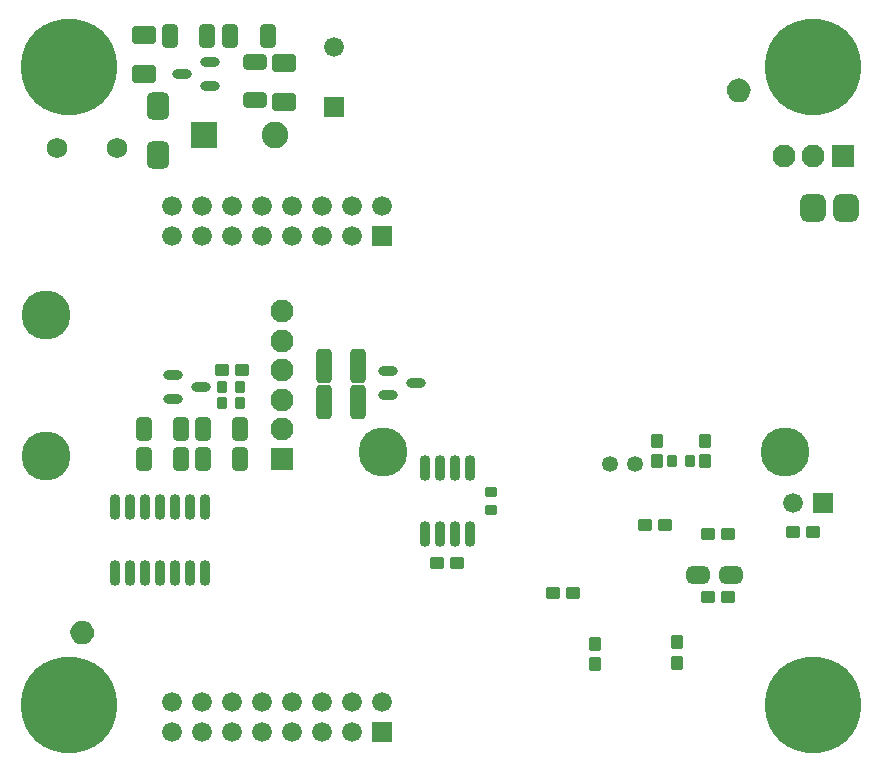
<source format=gbs>
%FSLAX24Y24*%
%MOIN*%
G70*
G01*
G75*
G04 Layer_Color=16711935*
%ADD10C,0.0098*%
%ADD11C,0.0079*%
%ADD12C,0.0472*%
G04:AMPARAMS|DCode=13|XSize=189mil|YSize=70.9mil|CornerRadius=17.7mil|HoleSize=0mil|Usage=FLASHONLY|Rotation=180.000|XOffset=0mil|YOffset=0mil|HoleType=Round|Shape=RoundedRectangle|*
%AMROUNDEDRECTD13*
21,1,0.1890,0.0354,0,0,180.0*
21,1,0.1535,0.0709,0,0,180.0*
1,1,0.0354,-0.0768,0.0177*
1,1,0.0354,0.0768,0.0177*
1,1,0.0354,0.0768,-0.0177*
1,1,0.0354,-0.0768,-0.0177*
%
%ADD13ROUNDEDRECTD13*%
G04:AMPARAMS|DCode=14|XSize=41mil|YSize=36mil|CornerRadius=1.8mil|HoleSize=0mil|Usage=FLASHONLY|Rotation=180.000|XOffset=0mil|YOffset=0mil|HoleType=Round|Shape=RoundedRectangle|*
%AMROUNDEDRECTD14*
21,1,0.0410,0.0324,0,0,180.0*
21,1,0.0374,0.0360,0,0,180.0*
1,1,0.0036,-0.0187,0.0162*
1,1,0.0036,0.0187,0.0162*
1,1,0.0036,0.0187,-0.0162*
1,1,0.0036,-0.0187,-0.0162*
%
%ADD14ROUNDEDRECTD14*%
%ADD15O,0.0281X0.0591*%
%ADD16R,0.0906X0.1220*%
%ADD17O,0.0787X0.0295*%
G04:AMPARAMS|DCode=18|XSize=28mil|YSize=35.8mil|CornerRadius=2.8mil|HoleSize=0mil|Usage=FLASHONLY|Rotation=0.000|XOffset=0mil|YOffset=0mil|HoleType=Round|Shape=RoundedRectangle|*
%AMROUNDEDRECTD18*
21,1,0.0280,0.0302,0,0,0.0*
21,1,0.0224,0.0358,0,0,0.0*
1,1,0.0056,0.0112,-0.0151*
1,1,0.0056,-0.0112,-0.0151*
1,1,0.0056,-0.0112,0.0151*
1,1,0.0056,0.0112,0.0151*
%
%ADD18ROUNDEDRECTD18*%
G04:AMPARAMS|DCode=19|XSize=41mil|YSize=36mil|CornerRadius=1.8mil|HoleSize=0mil|Usage=FLASHONLY|Rotation=270.000|XOffset=0mil|YOffset=0mil|HoleType=Round|Shape=RoundedRectangle|*
%AMROUNDEDRECTD19*
21,1,0.0410,0.0324,0,0,270.0*
21,1,0.0374,0.0360,0,0,270.0*
1,1,0.0036,-0.0162,-0.0187*
1,1,0.0036,-0.0162,0.0187*
1,1,0.0036,0.0162,0.0187*
1,1,0.0036,0.0162,-0.0187*
%
%ADD19ROUNDEDRECTD19*%
G04:AMPARAMS|DCode=20|XSize=70.9mil|YSize=51.2mil|CornerRadius=12.8mil|HoleSize=0mil|Usage=FLASHONLY|Rotation=270.000|XOffset=0mil|YOffset=0mil|HoleType=Round|Shape=RoundedRectangle|*
%AMROUNDEDRECTD20*
21,1,0.0709,0.0256,0,0,270.0*
21,1,0.0453,0.0512,0,0,270.0*
1,1,0.0256,-0.0128,-0.0226*
1,1,0.0256,-0.0128,0.0226*
1,1,0.0256,0.0128,0.0226*
1,1,0.0256,0.0128,-0.0226*
%
%ADD20ROUNDEDRECTD20*%
G04:AMPARAMS|DCode=21|XSize=55.1mil|YSize=70.9mil|CornerRadius=13.8mil|HoleSize=0mil|Usage=FLASHONLY|Rotation=0.000|XOffset=0mil|YOffset=0mil|HoleType=Round|Shape=RoundedRectangle|*
%AMROUNDEDRECTD21*
21,1,0.0551,0.0433,0,0,0.0*
21,1,0.0276,0.0709,0,0,0.0*
1,1,0.0276,0.0138,-0.0217*
1,1,0.0276,-0.0138,-0.0217*
1,1,0.0276,-0.0138,0.0217*
1,1,0.0276,0.0138,0.0217*
%
%ADD21ROUNDEDRECTD21*%
G04:AMPARAMS|DCode=22|XSize=70.9mil|YSize=51.2mil|CornerRadius=12.8mil|HoleSize=0mil|Usage=FLASHONLY|Rotation=180.000|XOffset=0mil|YOffset=0mil|HoleType=Round|Shape=RoundedRectangle|*
%AMROUNDEDRECTD22*
21,1,0.0709,0.0256,0,0,180.0*
21,1,0.0453,0.0512,0,0,180.0*
1,1,0.0256,-0.0226,0.0128*
1,1,0.0256,0.0226,0.0128*
1,1,0.0256,0.0226,-0.0128*
1,1,0.0256,-0.0226,-0.0128*
%
%ADD22ROUNDEDRECTD22*%
G04:AMPARAMS|DCode=23|XSize=94.5mil|YSize=110.2mil|CornerRadius=23.6mil|HoleSize=0mil|Usage=FLASHONLY|Rotation=270.000|XOffset=0mil|YOffset=0mil|HoleType=Round|Shape=RoundedRectangle|*
%AMROUNDEDRECTD23*
21,1,0.0945,0.0630,0,0,270.0*
21,1,0.0472,0.1102,0,0,270.0*
1,1,0.0472,-0.0315,-0.0236*
1,1,0.0472,-0.0315,0.0236*
1,1,0.0472,0.0315,0.0236*
1,1,0.0472,0.0315,-0.0236*
%
%ADD23ROUNDEDRECTD23*%
%ADD24O,0.0217X0.0492*%
%ADD25O,0.0492X0.0217*%
G04:AMPARAMS|DCode=26|XSize=126mil|YSize=80.7mil|CornerRadius=20.2mil|HoleSize=0mil|Usage=FLASHONLY|Rotation=90.000|XOffset=0mil|YOffset=0mil|HoleType=Round|Shape=RoundedRectangle|*
%AMROUNDEDRECTD26*
21,1,0.1260,0.0404,0,0,90.0*
21,1,0.0856,0.0807,0,0,90.0*
1,1,0.0404,0.0202,0.0428*
1,1,0.0404,0.0202,-0.0428*
1,1,0.0404,-0.0202,-0.0428*
1,1,0.0404,-0.0202,0.0428*
%
%ADD26ROUNDEDRECTD26*%
%ADD27O,0.0807X0.0256*%
%ADD28O,0.0335X0.0118*%
%ADD29O,0.0118X0.0335*%
%ADD30R,0.0394X0.0787*%
%ADD31O,0.0118X0.0591*%
%ADD32O,0.0591X0.0118*%
%ADD33R,0.0394X0.0394*%
G04:AMPARAMS|DCode=34|XSize=90.6mil|YSize=82.7mil|CornerRadius=12.4mil|HoleSize=0mil|Usage=FLASHONLY|Rotation=270.000|XOffset=0mil|YOffset=0mil|HoleType=Round|Shape=RoundedRectangle|*
%AMROUNDEDRECTD34*
21,1,0.0906,0.0579,0,0,270.0*
21,1,0.0657,0.0827,0,0,270.0*
1,1,0.0248,-0.0289,-0.0329*
1,1,0.0248,-0.0289,0.0329*
1,1,0.0248,0.0289,0.0329*
1,1,0.0248,0.0289,-0.0329*
%
%ADD34ROUNDEDRECTD34*%
G04:AMPARAMS|DCode=35|XSize=28mil|YSize=35.8mil|CornerRadius=2.8mil|HoleSize=0mil|Usage=FLASHONLY|Rotation=90.000|XOffset=0mil|YOffset=0mil|HoleType=Round|Shape=RoundedRectangle|*
%AMROUNDEDRECTD35*
21,1,0.0280,0.0302,0,0,90.0*
21,1,0.0224,0.0358,0,0,90.0*
1,1,0.0056,0.0151,0.0112*
1,1,0.0056,0.0151,-0.0112*
1,1,0.0056,-0.0151,-0.0112*
1,1,0.0056,-0.0151,0.0112*
%
%ADD35ROUNDEDRECTD35*%
%ADD36O,0.0591X0.0281*%
G04:AMPARAMS|DCode=37|XSize=86.6mil|YSize=68.9mil|CornerRadius=17.2mil|HoleSize=0mil|Usage=FLASHONLY|Rotation=180.000|XOffset=0mil|YOffset=0mil|HoleType=Round|Shape=RoundedRectangle|*
%AMROUNDEDRECTD37*
21,1,0.0866,0.0344,0,0,180.0*
21,1,0.0522,0.0689,0,0,180.0*
1,1,0.0344,-0.0261,0.0172*
1,1,0.0344,0.0261,0.0172*
1,1,0.0344,0.0261,-0.0172*
1,1,0.0344,-0.0261,-0.0172*
%
%ADD37ROUNDEDRECTD37*%
G04:AMPARAMS|DCode=38|XSize=82.7mil|YSize=78.7mil|CornerRadius=19.7mil|HoleSize=0mil|Usage=FLASHONLY|Rotation=90.000|XOffset=0mil|YOffset=0mil|HoleType=Round|Shape=RoundedRectangle|*
%AMROUNDEDRECTD38*
21,1,0.0827,0.0394,0,0,90.0*
21,1,0.0433,0.0787,0,0,90.0*
1,1,0.0394,0.0197,0.0217*
1,1,0.0394,0.0197,-0.0217*
1,1,0.0394,-0.0197,-0.0217*
1,1,0.0394,-0.0197,0.0217*
%
%ADD38ROUNDEDRECTD38*%
%ADD39O,0.0846X0.0394*%
G04:AMPARAMS|DCode=40|XSize=279.5mil|YSize=218.5mil|CornerRadius=10.9mil|HoleSize=0mil|Usage=FLASHONLY|Rotation=0.000|XOffset=0mil|YOffset=0mil|HoleType=Round|Shape=RoundedRectangle|*
%AMROUNDEDRECTD40*
21,1,0.2795,0.1967,0,0,0.0*
21,1,0.2577,0.2185,0,0,0.0*
1,1,0.0219,0.1288,-0.0983*
1,1,0.0219,-0.1288,-0.0983*
1,1,0.0219,-0.1288,0.0983*
1,1,0.0219,0.1288,0.0983*
%
%ADD40ROUNDEDRECTD40*%
%ADD41R,0.1417X0.1693*%
%ADD42O,0.0866X0.0295*%
%ADD43C,0.0157*%
%ADD44C,0.0197*%
%ADD45C,0.0118*%
%ADD46C,0.0394*%
%ADD47C,0.0315*%
%ADD48C,0.0276*%
%ADD49C,0.0709*%
%ADD50R,0.0709X0.0709*%
%ADD51C,0.1575*%
%ADD52C,0.3150*%
%ADD53C,0.0600*%
%ADD54R,0.0600X0.0600*%
%ADD55C,0.0630*%
%ADD56C,0.0827*%
%ADD57R,0.0827X0.0827*%
%ADD58R,0.0600X0.0600*%
%ADD59R,0.0709X0.0709*%
%ADD60C,0.0315*%
%ADD61C,0.0394*%
%ADD62C,0.0236*%
%ADD63C,0.0400*%
%ADD64C,0.0872*%
G04:AMPARAMS|DCode=65|XSize=78.74mil|YSize=78.74mil|CornerRadius=0mil|HoleSize=0mil|Usage=FLASHONLY|Rotation=0.000|XOffset=0mil|YOffset=0mil|HoleType=Round|Shape=Relief|Width=10mil|Gap=7.9mil|Entries=4|*
%AMTHD65*
7,0,0,0.0787,0.0630,0.0100,45*
%
%ADD65THD65*%
%ADD66C,0.1975*%
%ADD67C,0.2959*%
G04:AMPARAMS|DCode=68|XSize=69.496mil|YSize=69.496mil|CornerRadius=0mil|HoleSize=0mil|Usage=FLASHONLY|Rotation=0.000|XOffset=0mil|YOffset=0mil|HoleType=Round|Shape=Relief|Width=10mil|Gap=7.9mil|Entries=4|*
%AMTHD68*
7,0,0,0.0695,0.0537,0.0100,45*
%
%ADD68THD68*%
%ADD69C,0.0780*%
%ADD70C,0.0794*%
G04:AMPARAMS|DCode=71|XSize=86.614mil|YSize=86.614mil|CornerRadius=0mil|HoleSize=0mil|Usage=FLASHONLY|Rotation=0.000|XOffset=0mil|YOffset=0mil|HoleType=Round|Shape=Relief|Width=10mil|Gap=7.9mil|Entries=4|*
%AMTHD71*
7,0,0,0.0866,0.0709,0.0100,45*
%
%ADD71THD71*%
%ADD72C,0.0951*%
%ADD73C,0.0636*%
G04:AMPARAMS|DCode=74|XSize=47.244mil|YSize=47.244mil|CornerRadius=0mil|HoleSize=0mil|Usage=FLASHONLY|Rotation=0.000|XOffset=0mil|YOffset=0mil|HoleType=Round|Shape=Relief|Width=10mil|Gap=7.9mil|Entries=4|*
%AMTHD74*
7,0,0,0.0472,0.0315,0.0100,45*
%
%ADD74THD74*%
%ADD75C,0.0557*%
%ADD76C,0.0597*%
%ADD77C,0.0518*%
G04:AMPARAMS|DCode=78|XSize=43.307mil|YSize=43.307mil|CornerRadius=0mil|HoleSize=0mil|Usage=FLASHONLY|Rotation=0.000|XOffset=0mil|YOffset=0mil|HoleType=Round|Shape=Relief|Width=10mil|Gap=7.9mil|Entries=4|*
%AMTHD78*
7,0,0,0.0433,0.0276,0.0100,45*
%
%ADD78THD78*%
G04:AMPARAMS|DCode=79|XSize=51.181mil|YSize=51.181mil|CornerRadius=0mil|HoleSize=0mil|Usage=FLASHONLY|Rotation=0.000|XOffset=0mil|YOffset=0mil|HoleType=Round|Shape=Relief|Width=10mil|Gap=7.9mil|Entries=4|*
%AMTHD79*
7,0,0,0.0512,0.0354,0.0100,45*
%
%ADD79THD79*%
G04:AMPARAMS|DCode=80|XSize=78.7mil|YSize=86.6mil|CornerRadius=19.7mil|HoleSize=0mil|Usage=FLASHONLY|Rotation=0.000|XOffset=0mil|YOffset=0mil|HoleType=Round|Shape=RoundedRectangle|*
%AMROUNDEDRECTD80*
21,1,0.0787,0.0472,0,0,0.0*
21,1,0.0394,0.0866,0,0,0.0*
1,1,0.0394,0.0197,-0.0236*
1,1,0.0394,-0.0197,-0.0236*
1,1,0.0394,-0.0197,0.0236*
1,1,0.0394,0.0197,0.0236*
%
%ADD80ROUNDEDRECTD80*%
G04:AMPARAMS|DCode=81|XSize=47.2mil|YSize=74.8mil|CornerRadius=11.8mil|HoleSize=0mil|Usage=FLASHONLY|Rotation=270.000|XOffset=0mil|YOffset=0mil|HoleType=Round|Shape=RoundedRectangle|*
%AMROUNDEDRECTD81*
21,1,0.0472,0.0512,0,0,270.0*
21,1,0.0236,0.0748,0,0,270.0*
1,1,0.0236,-0.0256,-0.0118*
1,1,0.0236,-0.0256,0.0118*
1,1,0.0236,0.0256,0.0118*
1,1,0.0236,0.0256,-0.0118*
%
%ADD81ROUNDEDRECTD81*%
G04:AMPARAMS|DCode=82|XSize=47.2mil|YSize=74.8mil|CornerRadius=11.8mil|HoleSize=0mil|Usage=FLASHONLY|Rotation=180.000|XOffset=0mil|YOffset=0mil|HoleType=Round|Shape=RoundedRectangle|*
%AMROUNDEDRECTD82*
21,1,0.0472,0.0512,0,0,180.0*
21,1,0.0236,0.0748,0,0,180.0*
1,1,0.0236,-0.0118,0.0256*
1,1,0.0236,0.0118,0.0256*
1,1,0.0236,0.0118,-0.0256*
1,1,0.0236,-0.0118,-0.0256*
%
%ADD82ROUNDEDRECTD82*%
G04:AMPARAMS|DCode=83|XSize=86.6mil|YSize=68.9mil|CornerRadius=17.2mil|HoleSize=0mil|Usage=FLASHONLY|Rotation=90.000|XOffset=0mil|YOffset=0mil|HoleType=Round|Shape=RoundedRectangle|*
%AMROUNDEDRECTD83*
21,1,0.0866,0.0344,0,0,90.0*
21,1,0.0522,0.0689,0,0,90.0*
1,1,0.0344,0.0172,0.0261*
1,1,0.0344,0.0172,-0.0261*
1,1,0.0344,-0.0172,-0.0261*
1,1,0.0344,-0.0172,0.0261*
%
%ADD83ROUNDEDRECTD83*%
G04:AMPARAMS|DCode=84|XSize=51.2mil|YSize=72mil|CornerRadius=2.6mil|HoleSize=0mil|Usage=FLASHONLY|Rotation=90.000|XOffset=0mil|YOffset=0mil|HoleType=Round|Shape=RoundedRectangle|*
%AMROUNDEDRECTD84*
21,1,0.0512,0.0669,0,0,90.0*
21,1,0.0461,0.0720,0,0,90.0*
1,1,0.0051,0.0335,0.0230*
1,1,0.0051,0.0335,-0.0230*
1,1,0.0051,-0.0335,-0.0230*
1,1,0.0051,-0.0335,0.0230*
%
%ADD84ROUNDEDRECTD84*%
%ADD85O,0.0295X0.0800*%
G04:AMPARAMS|DCode=86|XSize=110.2mil|YSize=47.2mil|CornerRadius=11.8mil|HoleSize=0mil|Usage=FLASHONLY|Rotation=270.000|XOffset=0mil|YOffset=0mil|HoleType=Round|Shape=RoundedRectangle|*
%AMROUNDEDRECTD86*
21,1,0.1102,0.0236,0,0,270.0*
21,1,0.0866,0.0472,0,0,270.0*
1,1,0.0236,-0.0118,-0.0433*
1,1,0.0236,-0.0118,0.0433*
1,1,0.0236,0.0118,0.0433*
1,1,0.0236,0.0118,-0.0433*
%
%ADD86ROUNDEDRECTD86*%
%ADD87C,0.0070*%
%ADD88C,0.0100*%
%ADD89C,0.0236*%
%ADD90C,0.0071*%
%ADD91C,0.0067*%
%ADD92C,0.0050*%
G04:AMPARAMS|DCode=93|XSize=195mil|YSize=76.8mil|CornerRadius=20.7mil|HoleSize=0mil|Usage=FLASHONLY|Rotation=180.000|XOffset=0mil|YOffset=0mil|HoleType=Round|Shape=RoundedRectangle|*
%AMROUNDEDRECTD93*
21,1,0.1950,0.0354,0,0,180.0*
21,1,0.1535,0.0768,0,0,180.0*
1,1,0.0414,-0.0768,0.0177*
1,1,0.0414,0.0768,0.0177*
1,1,0.0414,0.0768,-0.0177*
1,1,0.0414,-0.0768,-0.0177*
%
%ADD93ROUNDEDRECTD93*%
G04:AMPARAMS|DCode=94|XSize=47mil|YSize=42mil|CornerRadius=4.8mil|HoleSize=0mil|Usage=FLASHONLY|Rotation=180.000|XOffset=0mil|YOffset=0mil|HoleType=Round|Shape=RoundedRectangle|*
%AMROUNDEDRECTD94*
21,1,0.0470,0.0324,0,0,180.0*
21,1,0.0374,0.0420,0,0,180.0*
1,1,0.0096,-0.0187,0.0162*
1,1,0.0096,0.0187,0.0162*
1,1,0.0096,0.0187,-0.0162*
1,1,0.0096,-0.0187,-0.0162*
%
%ADD94ROUNDEDRECTD94*%
%ADD95O,0.0341X0.0650*%
%ADD96R,0.0965X0.1280*%
%ADD97O,0.0847X0.0355*%
G04:AMPARAMS|DCode=98|XSize=33.9mil|YSize=41.8mil|CornerRadius=5.8mil|HoleSize=0mil|Usage=FLASHONLY|Rotation=0.000|XOffset=0mil|YOffset=0mil|HoleType=Round|Shape=RoundedRectangle|*
%AMROUNDEDRECTD98*
21,1,0.0339,0.0302,0,0,0.0*
21,1,0.0224,0.0418,0,0,0.0*
1,1,0.0116,0.0112,-0.0151*
1,1,0.0116,-0.0112,-0.0151*
1,1,0.0116,-0.0112,0.0151*
1,1,0.0116,0.0112,0.0151*
%
%ADD98ROUNDEDRECTD98*%
G04:AMPARAMS|DCode=99|XSize=47mil|YSize=42mil|CornerRadius=4.8mil|HoleSize=0mil|Usage=FLASHONLY|Rotation=270.000|XOffset=0mil|YOffset=0mil|HoleType=Round|Shape=RoundedRectangle|*
%AMROUNDEDRECTD99*
21,1,0.0470,0.0324,0,0,270.0*
21,1,0.0374,0.0420,0,0,270.0*
1,1,0.0096,-0.0162,-0.0187*
1,1,0.0096,-0.0162,0.0187*
1,1,0.0096,0.0162,0.0187*
1,1,0.0096,0.0162,-0.0187*
%
%ADD99ROUNDEDRECTD99*%
G04:AMPARAMS|DCode=100|XSize=76.8mil|YSize=57.2mil|CornerRadius=15.8mil|HoleSize=0mil|Usage=FLASHONLY|Rotation=270.000|XOffset=0mil|YOffset=0mil|HoleType=Round|Shape=RoundedRectangle|*
%AMROUNDEDRECTD100*
21,1,0.0768,0.0256,0,0,270.0*
21,1,0.0453,0.0572,0,0,270.0*
1,1,0.0316,-0.0128,-0.0226*
1,1,0.0316,-0.0128,0.0226*
1,1,0.0316,0.0128,0.0226*
1,1,0.0316,0.0128,-0.0226*
%
%ADD100ROUNDEDRECTD100*%
G04:AMPARAMS|DCode=101|XSize=61.1mil|YSize=76.8mil|CornerRadius=16.8mil|HoleSize=0mil|Usage=FLASHONLY|Rotation=0.000|XOffset=0mil|YOffset=0mil|HoleType=Round|Shape=RoundedRectangle|*
%AMROUNDEDRECTD101*
21,1,0.0611,0.0433,0,0,0.0*
21,1,0.0276,0.0768,0,0,0.0*
1,1,0.0335,0.0138,-0.0217*
1,1,0.0335,-0.0138,-0.0217*
1,1,0.0335,-0.0138,0.0217*
1,1,0.0335,0.0138,0.0217*
%
%ADD101ROUNDEDRECTD101*%
G04:AMPARAMS|DCode=102|XSize=76.8mil|YSize=57.2mil|CornerRadius=15.8mil|HoleSize=0mil|Usage=FLASHONLY|Rotation=180.000|XOffset=0mil|YOffset=0mil|HoleType=Round|Shape=RoundedRectangle|*
%AMROUNDEDRECTD102*
21,1,0.0768,0.0256,0,0,180.0*
21,1,0.0453,0.0572,0,0,180.0*
1,1,0.0316,-0.0226,0.0128*
1,1,0.0316,0.0226,0.0128*
1,1,0.0316,0.0226,-0.0128*
1,1,0.0316,-0.0226,-0.0128*
%
%ADD102ROUNDEDRECTD102*%
G04:AMPARAMS|DCode=103|XSize=100.5mil|YSize=116.2mil|CornerRadius=26.6mil|HoleSize=0mil|Usage=FLASHONLY|Rotation=270.000|XOffset=0mil|YOffset=0mil|HoleType=Round|Shape=RoundedRectangle|*
%AMROUNDEDRECTD103*
21,1,0.1005,0.0630,0,0,270.0*
21,1,0.0472,0.1162,0,0,270.0*
1,1,0.0532,-0.0315,-0.0236*
1,1,0.0532,-0.0315,0.0236*
1,1,0.0532,0.0315,0.0236*
1,1,0.0532,0.0315,-0.0236*
%
%ADD103ROUNDEDRECTD103*%
%ADD104O,0.0256X0.0532*%
%ADD105O,0.0532X0.0256*%
G04:AMPARAMS|DCode=106|XSize=132mil|YSize=86.7mil|CornerRadius=23.2mil|HoleSize=0mil|Usage=FLASHONLY|Rotation=90.000|XOffset=0mil|YOffset=0mil|HoleType=Round|Shape=RoundedRectangle|*
%AMROUNDEDRECTD106*
21,1,0.1320,0.0404,0,0,90.0*
21,1,0.0856,0.0867,0,0,90.0*
1,1,0.0463,0.0202,0.0428*
1,1,0.0463,0.0202,-0.0428*
1,1,0.0463,-0.0202,-0.0428*
1,1,0.0463,-0.0202,0.0428*
%
%ADD106ROUNDEDRECTD106*%
%ADD107O,0.0867X0.0316*%
%ADD108O,0.0374X0.0157*%
%ADD109O,0.0157X0.0374*%
%ADD110O,0.0157X0.0630*%
%ADD111O,0.0630X0.0157*%
G04:AMPARAMS|DCode=112|XSize=96.5mil|YSize=88.7mil|CornerRadius=15.4mil|HoleSize=0mil|Usage=FLASHONLY|Rotation=270.000|XOffset=0mil|YOffset=0mil|HoleType=Round|Shape=RoundedRectangle|*
%AMROUNDEDRECTD112*
21,1,0.0965,0.0579,0,0,270.0*
21,1,0.0657,0.0887,0,0,270.0*
1,1,0.0308,-0.0289,-0.0329*
1,1,0.0308,-0.0289,0.0329*
1,1,0.0308,0.0289,0.0329*
1,1,0.0308,0.0289,-0.0329*
%
%ADD112ROUNDEDRECTD112*%
G04:AMPARAMS|DCode=113|XSize=33.9mil|YSize=41.8mil|CornerRadius=5.8mil|HoleSize=0mil|Usage=FLASHONLY|Rotation=90.000|XOffset=0mil|YOffset=0mil|HoleType=Round|Shape=RoundedRectangle|*
%AMROUNDEDRECTD113*
21,1,0.0339,0.0302,0,0,90.0*
21,1,0.0224,0.0418,0,0,90.0*
1,1,0.0116,0.0151,0.0112*
1,1,0.0116,0.0151,-0.0112*
1,1,0.0116,-0.0151,-0.0112*
1,1,0.0116,-0.0151,0.0112*
%
%ADD113ROUNDEDRECTD113*%
%ADD114O,0.0650X0.0341*%
G04:AMPARAMS|DCode=115|XSize=92.6mil|YSize=74.9mil|CornerRadius=20.2mil|HoleSize=0mil|Usage=FLASHONLY|Rotation=180.000|XOffset=0mil|YOffset=0mil|HoleType=Round|Shape=RoundedRectangle|*
%AMROUNDEDRECTD115*
21,1,0.0926,0.0344,0,0,180.0*
21,1,0.0522,0.0749,0,0,180.0*
1,1,0.0404,-0.0261,0.0172*
1,1,0.0404,0.0261,0.0172*
1,1,0.0404,0.0261,-0.0172*
1,1,0.0404,-0.0261,-0.0172*
%
%ADD115ROUNDEDRECTD115*%
G04:AMPARAMS|DCode=116|XSize=88.7mil|YSize=84.7mil|CornerRadius=22.7mil|HoleSize=0mil|Usage=FLASHONLY|Rotation=90.000|XOffset=0mil|YOffset=0mil|HoleType=Round|Shape=RoundedRectangle|*
%AMROUNDEDRECTD116*
21,1,0.0887,0.0394,0,0,90.0*
21,1,0.0433,0.0847,0,0,90.0*
1,1,0.0454,0.0197,0.0217*
1,1,0.0454,0.0197,-0.0217*
1,1,0.0454,-0.0197,-0.0217*
1,1,0.0454,-0.0197,0.0217*
%
%ADD116ROUNDEDRECTD116*%
%ADD117O,0.0906X0.0454*%
G04:AMPARAMS|DCode=118|XSize=285.5mil|YSize=224.5mil|CornerRadius=13.9mil|HoleSize=0mil|Usage=FLASHONLY|Rotation=0.000|XOffset=0mil|YOffset=0mil|HoleType=Round|Shape=RoundedRectangle|*
%AMROUNDEDRECTD118*
21,1,0.2855,0.1967,0,0,0.0*
21,1,0.2577,0.2245,0,0,0.0*
1,1,0.0278,0.1288,-0.0983*
1,1,0.0278,-0.1288,-0.0983*
1,1,0.0278,-0.1288,0.0983*
1,1,0.0278,0.1288,0.0983*
%
%ADD118ROUNDEDRECTD118*%
%ADD119R,0.1477X0.1753*%
%ADD120O,0.0926X0.0355*%
%ADD121C,0.0768*%
%ADD122R,0.0768X0.0768*%
%ADD123C,0.1635*%
%ADD124C,0.3209*%
%ADD125C,0.0660*%
%ADD126R,0.0660X0.0660*%
%ADD127C,0.0690*%
%ADD128C,0.0887*%
%ADD129R,0.0887X0.0887*%
%ADD130R,0.0660X0.0660*%
%ADD131R,0.0768X0.0768*%
%ADD132C,0.0532*%
G04:AMPARAMS|DCode=133|XSize=84.7mil|YSize=92.6mil|CornerRadius=22.7mil|HoleSize=0mil|Usage=FLASHONLY|Rotation=0.000|XOffset=0mil|YOffset=0mil|HoleType=Round|Shape=RoundedRectangle|*
%AMROUNDEDRECTD133*
21,1,0.0847,0.0472,0,0,0.0*
21,1,0.0394,0.0926,0,0,0.0*
1,1,0.0454,0.0197,-0.0236*
1,1,0.0454,-0.0197,-0.0236*
1,1,0.0454,-0.0197,0.0236*
1,1,0.0454,0.0197,0.0236*
%
%ADD133ROUNDEDRECTD133*%
G04:AMPARAMS|DCode=134|XSize=53.2mil|YSize=80.8mil|CornerRadius=14.8mil|HoleSize=0mil|Usage=FLASHONLY|Rotation=270.000|XOffset=0mil|YOffset=0mil|HoleType=Round|Shape=RoundedRectangle|*
%AMROUNDEDRECTD134*
21,1,0.0532,0.0512,0,0,270.0*
21,1,0.0236,0.0808,0,0,270.0*
1,1,0.0296,-0.0256,-0.0118*
1,1,0.0296,-0.0256,0.0118*
1,1,0.0296,0.0256,0.0118*
1,1,0.0296,0.0256,-0.0118*
%
%ADD134ROUNDEDRECTD134*%
G04:AMPARAMS|DCode=135|XSize=53.2mil|YSize=80.8mil|CornerRadius=14.8mil|HoleSize=0mil|Usage=FLASHONLY|Rotation=180.000|XOffset=0mil|YOffset=0mil|HoleType=Round|Shape=RoundedRectangle|*
%AMROUNDEDRECTD135*
21,1,0.0532,0.0512,0,0,180.0*
21,1,0.0236,0.0808,0,0,180.0*
1,1,0.0296,-0.0118,0.0256*
1,1,0.0296,0.0118,0.0256*
1,1,0.0296,0.0118,-0.0256*
1,1,0.0296,-0.0118,-0.0256*
%
%ADD135ROUNDEDRECTD135*%
G04:AMPARAMS|DCode=136|XSize=92.6mil|YSize=74.9mil|CornerRadius=20.2mil|HoleSize=0mil|Usage=FLASHONLY|Rotation=90.000|XOffset=0mil|YOffset=0mil|HoleType=Round|Shape=RoundedRectangle|*
%AMROUNDEDRECTD136*
21,1,0.0926,0.0344,0,0,90.0*
21,1,0.0522,0.0749,0,0,90.0*
1,1,0.0404,0.0172,0.0261*
1,1,0.0404,0.0172,-0.0261*
1,1,0.0404,-0.0172,-0.0261*
1,1,0.0404,-0.0172,0.0261*
%
%ADD136ROUNDEDRECTD136*%
G04:AMPARAMS|DCode=137|XSize=57.2mil|YSize=78mil|CornerRadius=5.6mil|HoleSize=0mil|Usage=FLASHONLY|Rotation=90.000|XOffset=0mil|YOffset=0mil|HoleType=Round|Shape=RoundedRectangle|*
%AMROUNDEDRECTD137*
21,1,0.0572,0.0669,0,0,90.0*
21,1,0.0461,0.0780,0,0,90.0*
1,1,0.0111,0.0335,0.0230*
1,1,0.0111,0.0335,-0.0230*
1,1,0.0111,-0.0335,-0.0230*
1,1,0.0111,-0.0335,0.0230*
%
%ADD137ROUNDEDRECTD137*%
%ADD138O,0.0355X0.0860*%
G04:AMPARAMS|DCode=139|XSize=116.2mil|YSize=53.2mil|CornerRadius=14.8mil|HoleSize=0mil|Usage=FLASHONLY|Rotation=270.000|XOffset=0mil|YOffset=0mil|HoleType=Round|Shape=RoundedRectangle|*
%AMROUNDEDRECTD139*
21,1,0.1162,0.0236,0,0,270.0*
21,1,0.0866,0.0532,0,0,270.0*
1,1,0.0296,-0.0118,-0.0433*
1,1,0.0296,-0.0118,0.0433*
1,1,0.0296,0.0118,0.0433*
1,1,0.0296,0.0118,-0.0433*
%
%ADD139ROUNDEDRECTD139*%
G36*
X12937Y14793D02*
X13033Y14753D01*
X13115Y14690D01*
X13179Y14608D01*
X13218Y14512D01*
X13232Y14409D01*
X13218Y14307D01*
X13179Y14211D01*
X13115Y14129D01*
X13033Y14066D01*
X12937Y14026D01*
X12835Y14012D01*
X12732Y14026D01*
X12636Y14066D01*
X12554Y14129D01*
X12491Y14211D01*
X12451Y14307D01*
X12438Y14409D01*
X12451Y14512D01*
X12491Y14608D01*
X12554Y14690D01*
X12636Y14753D01*
X12732Y14793D01*
X12835Y14807D01*
X12937Y14793D01*
D02*
G37*
G36*
X34827Y32864D02*
X34923Y32824D01*
X35005Y32761D01*
X35068Y32679D01*
X35108Y32583D01*
X35122Y32480D01*
X35108Y32378D01*
X35068Y32282D01*
X35005Y32200D01*
X34923Y32136D01*
X34827Y32097D01*
X34724Y32083D01*
X34622Y32097D01*
X34526Y32136D01*
X34444Y32200D01*
X34381Y32282D01*
X34341Y32378D01*
X34327Y32480D01*
X34341Y32583D01*
X34381Y32679D01*
X34444Y32761D01*
X34526Y32824D01*
X34622Y32864D01*
X34724Y32877D01*
X34827Y32864D01*
D02*
G37*
D94*
X36515Y17756D02*
D03*
X37185D02*
D03*
X34351Y17677D02*
D03*
X33681D02*
D03*
X28523Y15709D02*
D03*
X29193D02*
D03*
X34351Y15591D02*
D03*
X33681D02*
D03*
X31594Y17992D02*
D03*
X32264D02*
D03*
X25335Y16732D02*
D03*
X24665D02*
D03*
X18170Y23150D02*
D03*
X17500D02*
D03*
D98*
X33100Y20118D02*
D03*
X32490D02*
D03*
X17490Y22047D02*
D03*
X18100D02*
D03*
X17490Y22598D02*
D03*
X18100D02*
D03*
D99*
X29921Y13366D02*
D03*
Y14036D02*
D03*
X32677Y13405D02*
D03*
Y14075D02*
D03*
X33583Y20137D02*
D03*
Y20807D02*
D03*
X32008Y20137D02*
D03*
Y20807D02*
D03*
D102*
X33349Y16339D02*
D03*
X34449D02*
D03*
D113*
X26457Y19085D02*
D03*
Y18475D02*
D03*
D114*
X16172Y33025D02*
D03*
X17082Y32625D02*
D03*
Y33425D02*
D03*
X23946Y22723D02*
D03*
X23036Y23123D02*
D03*
Y22323D02*
D03*
X16781Y22605D02*
D03*
X15871Y22205D02*
D03*
Y23005D02*
D03*
D121*
X19488Y21181D02*
D03*
Y22165D02*
D03*
Y23150D02*
D03*
Y24134D02*
D03*
Y25118D02*
D03*
X37205Y30276D02*
D03*
X36220D02*
D03*
D122*
X19488Y20197D02*
D03*
D123*
X36260Y20433D02*
D03*
X22874D02*
D03*
X11614Y25000D02*
D03*
Y20276D02*
D03*
D124*
X37205Y33268D02*
D03*
Y12008D02*
D03*
X12402D02*
D03*
Y33268D02*
D03*
D125*
X21220Y33929D02*
D03*
X16835Y12102D02*
D03*
X19835D02*
D03*
X22835D02*
D03*
X16835Y11102D02*
D03*
X19835D02*
D03*
X15835Y12102D02*
D03*
X17835D02*
D03*
X18835D02*
D03*
X20835D02*
D03*
X21835D02*
D03*
X15835Y11102D02*
D03*
X17835D02*
D03*
X18835D02*
D03*
X20835D02*
D03*
X21835D02*
D03*
X16835Y28638D02*
D03*
X19835D02*
D03*
X22835D02*
D03*
X16835Y27638D02*
D03*
X19835D02*
D03*
X15835Y28638D02*
D03*
X17835D02*
D03*
X18835D02*
D03*
X20835D02*
D03*
X21835D02*
D03*
X15835Y27638D02*
D03*
X17835D02*
D03*
X18835D02*
D03*
X20835D02*
D03*
X21835D02*
D03*
X36520Y18740D02*
D03*
D126*
X21220Y31929D02*
D03*
D127*
X12008Y30551D02*
D03*
X14008D02*
D03*
D128*
X19252Y30984D02*
D03*
D129*
X16890D02*
D03*
D130*
X22835Y11102D02*
D03*
Y27638D02*
D03*
X37520Y18740D02*
D03*
D131*
X38189Y30276D02*
D03*
D132*
X30433Y20039D02*
D03*
X31260D02*
D03*
D133*
X38305Y28543D02*
D03*
X37205D02*
D03*
D134*
X18583Y33425D02*
D03*
Y32165D02*
D03*
D135*
X19016Y34291D02*
D03*
X17756D02*
D03*
X15748D02*
D03*
X17008D02*
D03*
X18110Y20197D02*
D03*
X16850D02*
D03*
X16142D02*
D03*
X14882D02*
D03*
X18110Y21181D02*
D03*
X16850D02*
D03*
X16142D02*
D03*
X14882D02*
D03*
D136*
X15354Y30335D02*
D03*
Y31949D02*
D03*
D137*
X14882Y33011D02*
D03*
Y34311D02*
D03*
X19567Y33406D02*
D03*
Y32106D02*
D03*
D138*
X25748Y17677D02*
D03*
X25248D02*
D03*
Y19877D02*
D03*
X25748D02*
D03*
X24248Y17677D02*
D03*
Y19877D02*
D03*
X24748Y17677D02*
D03*
Y19877D02*
D03*
X14937Y16383D02*
D03*
Y18583D02*
D03*
X16437Y16383D02*
D03*
X15937D02*
D03*
X15437D02*
D03*
X16937D02*
D03*
X16437Y18583D02*
D03*
X15937D02*
D03*
X15437D02*
D03*
X16937D02*
D03*
X14437Y16383D02*
D03*
X13937D02*
D03*
X14437Y18583D02*
D03*
X13937D02*
D03*
D139*
X20886Y23307D02*
D03*
X22028D02*
D03*
X20886Y22087D02*
D03*
X22028D02*
D03*
M02*

</source>
